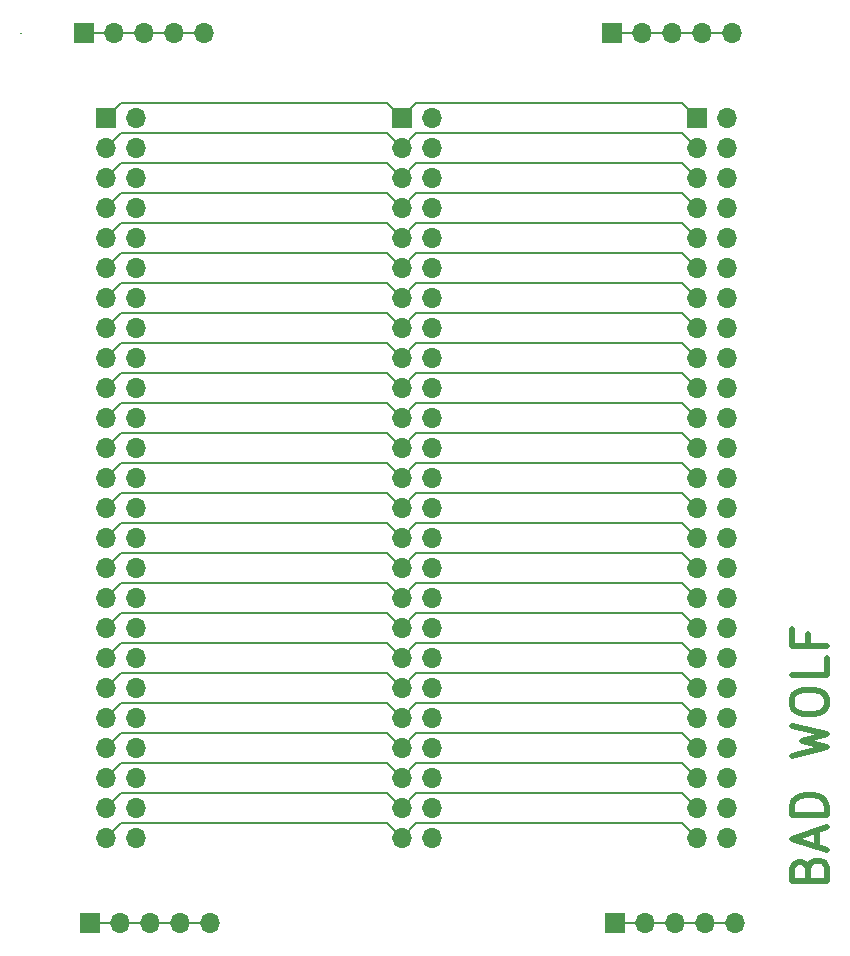
<source format=gbr>
%TF.GenerationSoftware,KiCad,Pcbnew,8.0.2*%
%TF.CreationDate,2024-09-15T20:03:39-05:00*%
%TF.ProjectId,fifty_pin_header_breakout,66696674-795f-4706-996e-5f6865616465,rev?*%
%TF.SameCoordinates,Original*%
%TF.FileFunction,Copper,L1,Top*%
%TF.FilePolarity,Positive*%
%FSLAX46Y46*%
G04 Gerber Fmt 4.6, Leading zero omitted, Abs format (unit mm)*
G04 Created by KiCad (PCBNEW 8.0.2) date 2024-09-15 20:03:39*
%MOMM*%
%LPD*%
G01*
G04 APERTURE LIST*
%TA.AperFunction,NonConductor*%
%ADD10C,0.200000*%
%TD*%
%ADD11C,0.500000*%
%TA.AperFunction,NonConductor*%
%ADD12C,0.500000*%
%TD*%
%TA.AperFunction,ComponentPad*%
%ADD13R,1.700000X1.700000*%
%TD*%
%TA.AperFunction,ComponentPad*%
%ADD14O,1.700000X1.700000*%
%TD*%
%TA.AperFunction,Conductor*%
%ADD15C,0.200000*%
%TD*%
G04 APERTURE END LIST*
D10*
X92800001Y-42800000D02*
X92800001Y-42800000D01*
X92800001Y-42800000D01*
X92800001Y-42800000D01*
X92800001Y-42800000D01*
X92800001Y-42800000D01*
X92800001Y-42800001D01*
X92800001Y-42800001D01*
X92800001Y-42800001D01*
X92800001Y-42800001D01*
X92800001Y-42800001D01*
X92800001Y-42800001D01*
X92800001Y-42800001D01*
X92800000Y-42800001D01*
X92800000Y-42800001D01*
X92800000Y-42800001D01*
X92800000Y-42800001D01*
X92800000Y-42800001D01*
X92800000Y-42800001D01*
X92800000Y-42800001D01*
X92800000Y-42800001D01*
X92800000Y-42800001D01*
X92800000Y-42800001D01*
X92800000Y-42800001D01*
X92800000Y-42800001D01*
X92799999Y-42800001D01*
X92799999Y-42800001D01*
X92799999Y-42800001D01*
X92799999Y-42800001D01*
X92799999Y-42800001D01*
X92799999Y-42800001D01*
X92799999Y-42800000D01*
X92799999Y-42800000D01*
X92799999Y-42800000D01*
X92799999Y-42800000D01*
X92799999Y-42800000D01*
X92799999Y-42800000D01*
X92799999Y-42800000D02*
X92799999Y-42800000D01*
X92799999Y-42800000D01*
X92799999Y-42800000D01*
X92799999Y-42800000D01*
X92799999Y-42800000D01*
X92799999Y-42800000D01*
X92799999Y-42799999D01*
X92799999Y-42799999D01*
X92799999Y-42799999D01*
X92799999Y-42799999D01*
X92799999Y-42799999D01*
X92800000Y-42799999D01*
X92800000Y-42799999D01*
X92800000Y-42799999D01*
X92800000Y-42799999D01*
X92800000Y-42799999D01*
X92800000Y-42799999D01*
X92800000Y-42799999D01*
X92800000Y-42799999D01*
X92800000Y-42799999D01*
X92800000Y-42799999D01*
X92800000Y-42799999D01*
X92800000Y-42799999D01*
X92800001Y-42799999D01*
X92800001Y-42799999D01*
X92800001Y-42799999D01*
X92800001Y-42799999D01*
X92800001Y-42799999D01*
X92800001Y-42799999D01*
X92800001Y-42800000D01*
X92800001Y-42800000D01*
X92800001Y-42800000D01*
X92800001Y-42800000D01*
X92800001Y-42800000D01*
X92800001Y-42800000D01*
X92800001Y-42800000D01*
D11*
D12*
X159435428Y-113606767D02*
X159578285Y-113178195D01*
X159578285Y-113178195D02*
X159721142Y-113035338D01*
X159721142Y-113035338D02*
X160006857Y-112892481D01*
X160006857Y-112892481D02*
X160435428Y-112892481D01*
X160435428Y-112892481D02*
X160721142Y-113035338D01*
X160721142Y-113035338D02*
X160864000Y-113178195D01*
X160864000Y-113178195D02*
X161006857Y-113463910D01*
X161006857Y-113463910D02*
X161006857Y-114606767D01*
X161006857Y-114606767D02*
X158006857Y-114606767D01*
X158006857Y-114606767D02*
X158006857Y-113606767D01*
X158006857Y-113606767D02*
X158149714Y-113321053D01*
X158149714Y-113321053D02*
X158292571Y-113178195D01*
X158292571Y-113178195D02*
X158578285Y-113035338D01*
X158578285Y-113035338D02*
X158864000Y-113035338D01*
X158864000Y-113035338D02*
X159149714Y-113178195D01*
X159149714Y-113178195D02*
X159292571Y-113321053D01*
X159292571Y-113321053D02*
X159435428Y-113606767D01*
X159435428Y-113606767D02*
X159435428Y-114606767D01*
X160149714Y-111749624D02*
X160149714Y-110321053D01*
X161006857Y-112035338D02*
X158006857Y-111035338D01*
X158006857Y-111035338D02*
X161006857Y-110035338D01*
X161006857Y-109035338D02*
X158006857Y-109035338D01*
X158006857Y-109035338D02*
X158006857Y-108321052D01*
X158006857Y-108321052D02*
X158149714Y-107892481D01*
X158149714Y-107892481D02*
X158435428Y-107606766D01*
X158435428Y-107606766D02*
X158721142Y-107463909D01*
X158721142Y-107463909D02*
X159292571Y-107321052D01*
X159292571Y-107321052D02*
X159721142Y-107321052D01*
X159721142Y-107321052D02*
X160292571Y-107463909D01*
X160292571Y-107463909D02*
X160578285Y-107606766D01*
X160578285Y-107606766D02*
X160864000Y-107892481D01*
X160864000Y-107892481D02*
X161006857Y-108321052D01*
X161006857Y-108321052D02*
X161006857Y-109035338D01*
X158006857Y-104035338D02*
X161006857Y-103321052D01*
X161006857Y-103321052D02*
X158864000Y-102749624D01*
X158864000Y-102749624D02*
X161006857Y-102178195D01*
X161006857Y-102178195D02*
X158006857Y-101463910D01*
X158006857Y-99749624D02*
X158006857Y-99178196D01*
X158006857Y-99178196D02*
X158149714Y-98892481D01*
X158149714Y-98892481D02*
X158435428Y-98606767D01*
X158435428Y-98606767D02*
X159006857Y-98463910D01*
X159006857Y-98463910D02*
X160006857Y-98463910D01*
X160006857Y-98463910D02*
X160578285Y-98606767D01*
X160578285Y-98606767D02*
X160864000Y-98892481D01*
X160864000Y-98892481D02*
X161006857Y-99178196D01*
X161006857Y-99178196D02*
X161006857Y-99749624D01*
X161006857Y-99749624D02*
X160864000Y-100035339D01*
X160864000Y-100035339D02*
X160578285Y-100321053D01*
X160578285Y-100321053D02*
X160006857Y-100463910D01*
X160006857Y-100463910D02*
X159006857Y-100463910D01*
X159006857Y-100463910D02*
X158435428Y-100321053D01*
X158435428Y-100321053D02*
X158149714Y-100035339D01*
X158149714Y-100035339D02*
X158006857Y-99749624D01*
X161006857Y-95749624D02*
X161006857Y-97178196D01*
X161006857Y-97178196D02*
X158006857Y-97178196D01*
X159435428Y-93749625D02*
X159435428Y-94749625D01*
X161006857Y-94749625D02*
X158006857Y-94749625D01*
X158006857Y-94749625D02*
X158006857Y-93321053D01*
D13*
%TO.P,J6,1,Pin_1*%
%TO.N,Net-(J6-Pin_1)*%
X142795833Y-42800000D03*
D14*
%TO.P,J6,2,Pin_2*%
X145335833Y-42800000D03*
%TO.P,J6,3,Pin_3*%
X147875833Y-42800000D03*
%TO.P,J6,4,Pin_4*%
X150415833Y-42800000D03*
%TO.P,J6,5,Pin_5*%
X152955833Y-42800000D03*
%TD*%
D13*
%TO.P,J5,1,Pin_1*%
%TO.N,Net-(J5-Pin_1)*%
X143050000Y-118200000D03*
D14*
%TO.P,J5,2,Pin_2*%
X145590000Y-118200000D03*
%TO.P,J5,3,Pin_3*%
X148130000Y-118200000D03*
%TO.P,J5,4,Pin_4*%
X150670000Y-118200000D03*
%TO.P,J5,5,Pin_5*%
X153210000Y-118200000D03*
%TD*%
D13*
%TO.P,J7,1,Pin_1*%
%TO.N,Net-(J7-Pin_1)*%
X98129166Y-42800000D03*
D14*
%TO.P,J7,2,Pin_2*%
X100669166Y-42800000D03*
%TO.P,J7,3,Pin_3*%
X103209166Y-42800000D03*
%TO.P,J7,4,Pin_4*%
X105749166Y-42800000D03*
%TO.P,J7,5,Pin_5*%
X108289166Y-42800000D03*
%TD*%
D13*
%TO.P,J2,1,Pin_1*%
%TO.N,PIN_1*%
X125000000Y-50000000D03*
D14*
%TO.P,J2,2,Pin_2*%
%TO.N,PIN_2*%
X127540000Y-50000000D03*
%TO.P,J2,3,Pin_3*%
%TO.N,PIN_3*%
X125000000Y-52540000D03*
%TO.P,J2,4,Pin_4*%
%TO.N,PIN_4*%
X127540000Y-52540000D03*
%TO.P,J2,5,Pin_5*%
%TO.N,PIN_5*%
X125000000Y-55080000D03*
%TO.P,J2,6,Pin_6*%
%TO.N,PIN_6*%
X127540000Y-55080000D03*
%TO.P,J2,7,Pin_7*%
%TO.N,PIN_7*%
X125000000Y-57620000D03*
%TO.P,J2,8,Pin_8*%
%TO.N,PIN_8*%
X127540000Y-57620000D03*
%TO.P,J2,9,Pin_9*%
%TO.N,PIN_9*%
X125000000Y-60160000D03*
%TO.P,J2,10,Pin_10*%
%TO.N,PIN_10*%
X127540000Y-60160000D03*
%TO.P,J2,11,Pin_11*%
%TO.N,PIN_11*%
X125000000Y-62700000D03*
%TO.P,J2,12,Pin_12*%
%TO.N,PIN_12*%
X127540000Y-62700000D03*
%TO.P,J2,13,Pin_13*%
%TO.N,PIN_13*%
X125000000Y-65240000D03*
%TO.P,J2,14,Pin_14*%
%TO.N,PIN_14*%
X127540000Y-65240000D03*
%TO.P,J2,15,Pin_15*%
%TO.N,PIN_15*%
X125000000Y-67780000D03*
%TO.P,J2,16,Pin_16*%
%TO.N,PIN_16*%
X127540000Y-67780000D03*
%TO.P,J2,17,Pin_17*%
%TO.N,PIN_17*%
X125000000Y-70320000D03*
%TO.P,J2,18,Pin_18*%
%TO.N,PIN_18*%
X127540000Y-70320000D03*
%TO.P,J2,19,Pin_19*%
%TO.N,PIN_19*%
X125000000Y-72860000D03*
%TO.P,J2,20,Pin_20*%
%TO.N,PIN_20*%
X127540000Y-72860000D03*
%TO.P,J2,21,Pin_21*%
%TO.N,PIN_21*%
X125000000Y-75400000D03*
%TO.P,J2,22,Pin_22*%
%TO.N,PIN_22*%
X127540000Y-75400000D03*
%TO.P,J2,23,Pin_23*%
%TO.N,PIN_23*%
X125000000Y-77940000D03*
%TO.P,J2,24,Pin_24*%
%TO.N,PIN_24*%
X127540000Y-77940000D03*
%TO.P,J2,25,Pin_25*%
%TO.N,PIN_25*%
X125000000Y-80480000D03*
%TO.P,J2,26,Pin_26*%
%TO.N,PIN_26*%
X127540000Y-80480000D03*
%TO.P,J2,27,Pin_27*%
%TO.N,PIN_27*%
X125000000Y-83020000D03*
%TO.P,J2,28,Pin_28*%
%TO.N,PIN_28*%
X127540000Y-83020000D03*
%TO.P,J2,29,Pin_29*%
%TO.N,PIN_29*%
X125000000Y-85560000D03*
%TO.P,J2,30,Pin_30*%
%TO.N,PIN_30*%
X127540000Y-85560000D03*
%TO.P,J2,31,Pin_31*%
%TO.N,PIN_31*%
X125000000Y-88100000D03*
%TO.P,J2,32,Pin_32*%
%TO.N,PIN_32*%
X127540000Y-88100000D03*
%TO.P,J2,33,Pin_33*%
%TO.N,PIN_33*%
X125000000Y-90640000D03*
%TO.P,J2,34,Pin_34*%
%TO.N,PIN_34*%
X127540000Y-90640000D03*
%TO.P,J2,35,Pin_35*%
%TO.N,PIN_35*%
X125000000Y-93180000D03*
%TO.P,J2,36,Pin_36*%
%TO.N,PIN_36*%
X127540000Y-93180000D03*
%TO.P,J2,37,Pin_37*%
%TO.N,PIN_37*%
X125000000Y-95720000D03*
%TO.P,J2,38,Pin_38*%
%TO.N,PIN_38*%
X127540000Y-95720000D03*
%TO.P,J2,39,Pin_39*%
%TO.N,PIN_39*%
X125000000Y-98260000D03*
%TO.P,J2,40,Pin_40*%
%TO.N,PIN_40*%
X127540000Y-98260000D03*
%TO.P,J2,41,Pin_41*%
%TO.N,PIN_41*%
X125000000Y-100800000D03*
%TO.P,J2,42,Pin_42*%
%TO.N,PIN_42*%
X127540000Y-100800000D03*
%TO.P,J2,43,Pin_43*%
%TO.N,PIN_43*%
X125000000Y-103340000D03*
%TO.P,J2,44,Pin_44*%
%TO.N,PIN_44*%
X127540000Y-103340000D03*
%TO.P,J2,45,Pin_45*%
%TO.N,PIN_45*%
X125000000Y-105880000D03*
%TO.P,J2,46,Pin_46*%
%TO.N,PIN_46*%
X127540000Y-105880000D03*
%TO.P,J2,47,Pin_47*%
%TO.N,PIN_47*%
X125000000Y-108420000D03*
%TO.P,J2,48,Pin_48*%
%TO.N,PIN_48*%
X127540000Y-108420000D03*
%TO.P,J2,49,Pin_49*%
%TO.N,PIN_49*%
X125000000Y-110960000D03*
%TO.P,J2,50,Pin_50*%
%TO.N,PIN_50*%
X127540000Y-110960000D03*
%TD*%
D13*
%TO.P,J4,1,Pin_1*%
%TO.N,Net-(J4-Pin_1)*%
X98637500Y-118200000D03*
D14*
%TO.P,J4,2,Pin_2*%
X101177500Y-118200000D03*
%TO.P,J4,3,Pin_3*%
X103717500Y-118200000D03*
%TO.P,J4,4,Pin_4*%
X106257500Y-118200000D03*
%TO.P,J4,5,Pin_5*%
X108797500Y-118200000D03*
%TD*%
D13*
%TO.P,J3,1,Pin_1*%
%TO.N,PIN_1*%
X150000000Y-50000000D03*
D14*
%TO.P,J3,2,Pin_2*%
%TO.N,PIN_2*%
X152540000Y-50000000D03*
%TO.P,J3,3,Pin_3*%
%TO.N,PIN_3*%
X150000000Y-52540000D03*
%TO.P,J3,4,Pin_4*%
%TO.N,PIN_4*%
X152540000Y-52540000D03*
%TO.P,J3,5,Pin_5*%
%TO.N,PIN_5*%
X150000000Y-55080000D03*
%TO.P,J3,6,Pin_6*%
%TO.N,PIN_6*%
X152540000Y-55080000D03*
%TO.P,J3,7,Pin_7*%
%TO.N,PIN_7*%
X150000000Y-57620000D03*
%TO.P,J3,8,Pin_8*%
%TO.N,PIN_8*%
X152540000Y-57620000D03*
%TO.P,J3,9,Pin_9*%
%TO.N,PIN_9*%
X150000000Y-60160000D03*
%TO.P,J3,10,Pin_10*%
%TO.N,PIN_10*%
X152540000Y-60160000D03*
%TO.P,J3,11,Pin_11*%
%TO.N,PIN_11*%
X150000000Y-62700000D03*
%TO.P,J3,12,Pin_12*%
%TO.N,PIN_12*%
X152540000Y-62700000D03*
%TO.P,J3,13,Pin_13*%
%TO.N,PIN_13*%
X150000000Y-65240000D03*
%TO.P,J3,14,Pin_14*%
%TO.N,PIN_14*%
X152540000Y-65240000D03*
%TO.P,J3,15,Pin_15*%
%TO.N,PIN_15*%
X150000000Y-67780000D03*
%TO.P,J3,16,Pin_16*%
%TO.N,PIN_16*%
X152540000Y-67780000D03*
%TO.P,J3,17,Pin_17*%
%TO.N,PIN_17*%
X150000000Y-70320000D03*
%TO.P,J3,18,Pin_18*%
%TO.N,PIN_18*%
X152540000Y-70320000D03*
%TO.P,J3,19,Pin_19*%
%TO.N,PIN_19*%
X150000000Y-72860000D03*
%TO.P,J3,20,Pin_20*%
%TO.N,PIN_20*%
X152540000Y-72860000D03*
%TO.P,J3,21,Pin_21*%
%TO.N,PIN_21*%
X150000000Y-75400000D03*
%TO.P,J3,22,Pin_22*%
%TO.N,PIN_22*%
X152540000Y-75400000D03*
%TO.P,J3,23,Pin_23*%
%TO.N,PIN_23*%
X150000000Y-77940000D03*
%TO.P,J3,24,Pin_24*%
%TO.N,PIN_24*%
X152540000Y-77940000D03*
%TO.P,J3,25,Pin_25*%
%TO.N,PIN_25*%
X150000000Y-80480000D03*
%TO.P,J3,26,Pin_26*%
%TO.N,PIN_26*%
X152540000Y-80480000D03*
%TO.P,J3,27,Pin_27*%
%TO.N,PIN_27*%
X150000000Y-83020000D03*
%TO.P,J3,28,Pin_28*%
%TO.N,PIN_28*%
X152540000Y-83020000D03*
%TO.P,J3,29,Pin_29*%
%TO.N,PIN_29*%
X150000000Y-85560000D03*
%TO.P,J3,30,Pin_30*%
%TO.N,PIN_30*%
X152540000Y-85560000D03*
%TO.P,J3,31,Pin_31*%
%TO.N,PIN_31*%
X150000000Y-88100000D03*
%TO.P,J3,32,Pin_32*%
%TO.N,PIN_32*%
X152540000Y-88100000D03*
%TO.P,J3,33,Pin_33*%
%TO.N,PIN_33*%
X150000000Y-90640000D03*
%TO.P,J3,34,Pin_34*%
%TO.N,PIN_34*%
X152540000Y-90640000D03*
%TO.P,J3,35,Pin_35*%
%TO.N,PIN_35*%
X150000000Y-93180000D03*
%TO.P,J3,36,Pin_36*%
%TO.N,PIN_36*%
X152540000Y-93180000D03*
%TO.P,J3,37,Pin_37*%
%TO.N,PIN_37*%
X150000000Y-95720000D03*
%TO.P,J3,38,Pin_38*%
%TO.N,PIN_38*%
X152540000Y-95720000D03*
%TO.P,J3,39,Pin_39*%
%TO.N,PIN_39*%
X150000000Y-98260000D03*
%TO.P,J3,40,Pin_40*%
%TO.N,PIN_40*%
X152540000Y-98260000D03*
%TO.P,J3,41,Pin_41*%
%TO.N,PIN_41*%
X150000000Y-100800000D03*
%TO.P,J3,42,Pin_42*%
%TO.N,PIN_42*%
X152540000Y-100800000D03*
%TO.P,J3,43,Pin_43*%
%TO.N,PIN_43*%
X150000000Y-103340000D03*
%TO.P,J3,44,Pin_44*%
%TO.N,PIN_44*%
X152540000Y-103340000D03*
%TO.P,J3,45,Pin_45*%
%TO.N,PIN_45*%
X150000000Y-105880000D03*
%TO.P,J3,46,Pin_46*%
%TO.N,PIN_46*%
X152540000Y-105880000D03*
%TO.P,J3,47,Pin_47*%
%TO.N,PIN_47*%
X150000000Y-108420000D03*
%TO.P,J3,48,Pin_48*%
%TO.N,PIN_48*%
X152540000Y-108420000D03*
%TO.P,J3,49,Pin_49*%
%TO.N,PIN_49*%
X150000000Y-110960000D03*
%TO.P,J3,50,Pin_50*%
%TO.N,PIN_50*%
X152540000Y-110960000D03*
%TD*%
D13*
%TO.P,J1,1,Pin_1*%
%TO.N,PIN_1*%
X100000000Y-49998250D03*
D14*
%TO.P,J1,2,Pin_2*%
%TO.N,PIN_2*%
X102540000Y-49998250D03*
%TO.P,J1,3,Pin_3*%
%TO.N,PIN_3*%
X100000000Y-52538250D03*
%TO.P,J1,4,Pin_4*%
%TO.N,PIN_4*%
X102540000Y-52538250D03*
%TO.P,J1,5,Pin_5*%
%TO.N,PIN_5*%
X100000000Y-55078250D03*
%TO.P,J1,6,Pin_6*%
%TO.N,PIN_6*%
X102540000Y-55078250D03*
%TO.P,J1,7,Pin_7*%
%TO.N,PIN_7*%
X100000000Y-57618250D03*
%TO.P,J1,8,Pin_8*%
%TO.N,PIN_8*%
X102540000Y-57618250D03*
%TO.P,J1,9,Pin_9*%
%TO.N,PIN_9*%
X100000000Y-60158250D03*
%TO.P,J1,10,Pin_10*%
%TO.N,PIN_10*%
X102540000Y-60158250D03*
%TO.P,J1,11,Pin_11*%
%TO.N,PIN_11*%
X100000000Y-62698250D03*
%TO.P,J1,12,Pin_12*%
%TO.N,PIN_12*%
X102540000Y-62698250D03*
%TO.P,J1,13,Pin_13*%
%TO.N,PIN_13*%
X100000000Y-65238250D03*
%TO.P,J1,14,Pin_14*%
%TO.N,PIN_14*%
X102540000Y-65238250D03*
%TO.P,J1,15,Pin_15*%
%TO.N,PIN_15*%
X100000000Y-67778250D03*
%TO.P,J1,16,Pin_16*%
%TO.N,PIN_16*%
X102540000Y-67778250D03*
%TO.P,J1,17,Pin_17*%
%TO.N,PIN_17*%
X100000000Y-70318250D03*
%TO.P,J1,18,Pin_18*%
%TO.N,PIN_18*%
X102540000Y-70318250D03*
%TO.P,J1,19,Pin_19*%
%TO.N,PIN_19*%
X100000000Y-72858250D03*
%TO.P,J1,20,Pin_20*%
%TO.N,PIN_20*%
X102540000Y-72858250D03*
%TO.P,J1,21,Pin_21*%
%TO.N,PIN_21*%
X100000000Y-75398250D03*
%TO.P,J1,22,Pin_22*%
%TO.N,PIN_22*%
X102540000Y-75398250D03*
%TO.P,J1,23,Pin_23*%
%TO.N,PIN_23*%
X100000000Y-77938250D03*
%TO.P,J1,24,Pin_24*%
%TO.N,PIN_24*%
X102540000Y-77938250D03*
%TO.P,J1,25,Pin_25*%
%TO.N,PIN_25*%
X100000000Y-80478250D03*
%TO.P,J1,26,Pin_26*%
%TO.N,PIN_26*%
X102540000Y-80478250D03*
%TO.P,J1,27,Pin_27*%
%TO.N,PIN_27*%
X100000000Y-83018250D03*
%TO.P,J1,28,Pin_28*%
%TO.N,PIN_28*%
X102540000Y-83018250D03*
%TO.P,J1,29,Pin_29*%
%TO.N,PIN_29*%
X100000000Y-85558250D03*
%TO.P,J1,30,Pin_30*%
%TO.N,PIN_30*%
X102540000Y-85558250D03*
%TO.P,J1,31,Pin_31*%
%TO.N,PIN_31*%
X100000000Y-88098250D03*
%TO.P,J1,32,Pin_32*%
%TO.N,PIN_32*%
X102540000Y-88098250D03*
%TO.P,J1,33,Pin_33*%
%TO.N,PIN_33*%
X100000000Y-90638250D03*
%TO.P,J1,34,Pin_34*%
%TO.N,PIN_34*%
X102540000Y-90638250D03*
%TO.P,J1,35,Pin_35*%
%TO.N,PIN_35*%
X100000000Y-93178250D03*
%TO.P,J1,36,Pin_36*%
%TO.N,PIN_36*%
X102540000Y-93178250D03*
%TO.P,J1,37,Pin_37*%
%TO.N,PIN_37*%
X100000000Y-95718250D03*
%TO.P,J1,38,Pin_38*%
%TO.N,PIN_38*%
X102540000Y-95718250D03*
%TO.P,J1,39,Pin_39*%
%TO.N,PIN_39*%
X100000000Y-98258250D03*
%TO.P,J1,40,Pin_40*%
%TO.N,PIN_40*%
X102540000Y-98258250D03*
%TO.P,J1,41,Pin_41*%
%TO.N,PIN_41*%
X100000000Y-100798250D03*
%TO.P,J1,42,Pin_42*%
%TO.N,PIN_42*%
X102540000Y-100798250D03*
%TO.P,J1,43,Pin_43*%
%TO.N,PIN_43*%
X100000000Y-103338250D03*
%TO.P,J1,44,Pin_44*%
%TO.N,PIN_44*%
X102540000Y-103338250D03*
%TO.P,J1,45,Pin_45*%
%TO.N,PIN_45*%
X100000000Y-105878250D03*
%TO.P,J1,46,Pin_46*%
%TO.N,PIN_46*%
X102540000Y-105878250D03*
%TO.P,J1,47,Pin_47*%
%TO.N,PIN_47*%
X100000000Y-108418250D03*
%TO.P,J1,48,Pin_48*%
%TO.N,PIN_48*%
X102540000Y-108418250D03*
%TO.P,J1,49,Pin_49*%
%TO.N,PIN_49*%
X100000000Y-110958250D03*
%TO.P,J1,50,Pin_50*%
%TO.N,PIN_50*%
X102540000Y-110958250D03*
%TD*%
D15*
%TO.N,PIN_29*%
X126232000Y-84328000D02*
X148768000Y-84328000D01*
X123768000Y-84328000D02*
X125000000Y-85560000D01*
X148768000Y-84328000D02*
X150000000Y-85560000D01*
X100000000Y-85560000D02*
X101232000Y-84328000D01*
X101232000Y-84328000D02*
X123768000Y-84328000D01*
X125000000Y-85560000D02*
X126232000Y-84328000D01*
%TO.N,PIN_11*%
X125000000Y-62700000D02*
X126232000Y-61468000D01*
X126232000Y-61468000D02*
X148768000Y-61468000D01*
X123768000Y-61468000D02*
X125000000Y-62700000D01*
X101232000Y-61468000D02*
X123768000Y-61468000D01*
X148768000Y-61468000D02*
X150000000Y-62700000D01*
X100000000Y-62700000D02*
X101232000Y-61468000D01*
%TO.N,PIN_21*%
X126232000Y-74168000D02*
X148768000Y-74168000D01*
X123768000Y-74168000D02*
X125000000Y-75400000D01*
X148768000Y-74168000D02*
X150000000Y-75400000D01*
X125000000Y-75400000D02*
X126232000Y-74168000D01*
X101232000Y-74168000D02*
X123768000Y-74168000D01*
X100000000Y-75400000D02*
X101232000Y-74168000D01*
%TO.N,PIN_5*%
X125000000Y-55080000D02*
X126232000Y-53848000D01*
X148768000Y-53848000D02*
X150000000Y-55080000D01*
X101232000Y-53848000D02*
X123768000Y-53848000D01*
X100000000Y-55080000D02*
X101232000Y-53848000D01*
X123768000Y-53848000D02*
X125000000Y-55080000D01*
X126232000Y-53848000D02*
X148768000Y-53848000D01*
%TO.N,PIN_1*%
X101232000Y-48768000D02*
X123768000Y-48768000D01*
X125000000Y-50000000D02*
X126232000Y-48768000D01*
X126232000Y-48768000D02*
X148768000Y-48768000D01*
X123768000Y-48768000D02*
X125000000Y-50000000D01*
X148768000Y-48768000D02*
X150000000Y-50000000D01*
X100000000Y-50000000D02*
X101232000Y-48768000D01*
%TO.N,PIN_19*%
X101232000Y-71628000D02*
X123768000Y-71628000D01*
X123768000Y-71628000D02*
X125000000Y-72860000D01*
X148768000Y-71628000D02*
X150000000Y-72860000D01*
X126232000Y-71628000D02*
X148768000Y-71628000D01*
X125000000Y-72860000D02*
X126232000Y-71628000D01*
X100000000Y-72860000D02*
X101232000Y-71628000D01*
%TO.N,PIN_7*%
X148768000Y-56388000D02*
X150000000Y-57620000D01*
X126232000Y-56388000D02*
X148768000Y-56388000D01*
X101232000Y-56388000D02*
X123768000Y-56388000D01*
X100000000Y-57620000D02*
X101232000Y-56388000D01*
X123768000Y-56388000D02*
X125000000Y-57620000D01*
X125000000Y-57620000D02*
X126232000Y-56388000D01*
%TO.N,PIN_23*%
X125000000Y-77940000D02*
X126232000Y-76708000D01*
X148768000Y-76708000D02*
X150000000Y-77940000D01*
X123768000Y-76708000D02*
X125000000Y-77940000D01*
X126232000Y-76708000D02*
X148768000Y-76708000D01*
X100000000Y-77940000D02*
X101232000Y-76708000D01*
X101232000Y-76708000D02*
X123768000Y-76708000D01*
%TO.N,PIN_13*%
X126232000Y-64008000D02*
X148768000Y-64008000D01*
X100000000Y-65240000D02*
X101232000Y-64008000D01*
X101232000Y-64008000D02*
X123768000Y-64008000D01*
X125000000Y-65240000D02*
X126232000Y-64008000D01*
X123768000Y-64008000D02*
X125000000Y-65240000D01*
X148768000Y-64008000D02*
X150000000Y-65240000D01*
%TO.N,PIN_9*%
X100000000Y-60160000D02*
X101232000Y-58928000D01*
X148768000Y-58928000D02*
X150000000Y-60160000D01*
X123768000Y-58928000D02*
X125000000Y-60160000D01*
X126232000Y-58928000D02*
X148768000Y-58928000D01*
X125000000Y-60160000D02*
X126232000Y-58928000D01*
X101232000Y-58928000D02*
X123768000Y-58928000D01*
%TO.N,PIN_33*%
X126232000Y-89408000D02*
X148768000Y-89408000D01*
X125000000Y-90640000D02*
X126232000Y-89408000D01*
X148768000Y-89408000D02*
X150000000Y-90640000D01*
X100000000Y-90640000D02*
X101232000Y-89408000D01*
X101232000Y-89408000D02*
X123768000Y-89408000D01*
X123768000Y-89408000D02*
X125000000Y-90640000D01*
%TO.N,PIN_17*%
X126232000Y-69088000D02*
X148768000Y-69088000D01*
X148768000Y-69088000D02*
X150000000Y-70320000D01*
X123768000Y-69088000D02*
X125000000Y-70320000D01*
X125000000Y-70320000D02*
X126232000Y-69088000D01*
X101232000Y-69088000D02*
X123768000Y-69088000D01*
X100000000Y-70320000D02*
X101232000Y-69088000D01*
%TO.N,PIN_25*%
X123768000Y-79248000D02*
X125000000Y-80480000D01*
X101232000Y-79248000D02*
X123768000Y-79248000D01*
X148768000Y-79248000D02*
X150000000Y-80480000D01*
X100000000Y-80480000D02*
X101232000Y-79248000D01*
X126232000Y-79248000D02*
X148768000Y-79248000D01*
X125000000Y-80480000D02*
X126232000Y-79248000D01*
%TO.N,PIN_31*%
X101232000Y-86868000D02*
X123768000Y-86868000D01*
X126232000Y-86868000D02*
X148768000Y-86868000D01*
X148768000Y-86868000D02*
X150000000Y-88100000D01*
X125000000Y-88100000D02*
X126232000Y-86868000D01*
X123768000Y-86868000D02*
X125000000Y-88100000D01*
X100000000Y-88100000D02*
X101232000Y-86868000D01*
%TO.N,PIN_15*%
X123768000Y-66548000D02*
X125000000Y-67780000D01*
X125000000Y-67780000D02*
X126232000Y-66548000D01*
X126232000Y-66548000D02*
X148768000Y-66548000D01*
X101232000Y-66548000D02*
X123768000Y-66548000D01*
X148768000Y-66548000D02*
X150000000Y-67780000D01*
X100000000Y-67780000D02*
X101232000Y-66548000D01*
%TO.N,PIN_27*%
X148768000Y-81788000D02*
X150000000Y-83020000D01*
X125000000Y-83020000D02*
X126232000Y-81788000D01*
X123768000Y-81788000D02*
X125000000Y-83020000D01*
X126232000Y-81788000D02*
X148768000Y-81788000D01*
X100000000Y-83020000D02*
X101232000Y-81788000D01*
X101232000Y-81788000D02*
X123768000Y-81788000D01*
%TO.N,PIN_3*%
X123768000Y-51308000D02*
X125000000Y-52540000D01*
X126232000Y-51308000D02*
X148768000Y-51308000D01*
X100000000Y-52540000D02*
X101232000Y-51308000D01*
X101232000Y-51308000D02*
X123768000Y-51308000D01*
X148768000Y-51308000D02*
X150000000Y-52540000D01*
X125000000Y-52540000D02*
X126232000Y-51308000D01*
%TO.N,PIN_41*%
X100000000Y-100800000D02*
X101232000Y-99568000D01*
X125000000Y-100800000D02*
X126232000Y-99568000D01*
X123768000Y-99568000D02*
X125000000Y-100800000D01*
X148768000Y-99568000D02*
X150000000Y-100800000D01*
X101232000Y-99568000D02*
X123768000Y-99568000D01*
X126232000Y-99568000D02*
X148768000Y-99568000D01*
%TO.N,PIN_35*%
X101232000Y-91948000D02*
X123768000Y-91948000D01*
X123768000Y-91948000D02*
X125000000Y-93180000D01*
X125000000Y-93180000D02*
X126232000Y-91948000D01*
X126232000Y-91948000D02*
X148768000Y-91948000D01*
X148768000Y-91948000D02*
X150000000Y-93180000D01*
X100000000Y-93180000D02*
X101232000Y-91948000D01*
%TO.N,PIN_49*%
X126232000Y-109728000D02*
X148768000Y-109728000D01*
X101232000Y-109728000D02*
X123768000Y-109728000D01*
X125000000Y-110960000D02*
X126232000Y-109728000D01*
X100000000Y-110960000D02*
X101232000Y-109728000D01*
X148768000Y-109728000D02*
X150000000Y-110960000D01*
X123768000Y-109728000D02*
X125000000Y-110960000D01*
%TO.N,PIN_45*%
X101232000Y-104648000D02*
X123768000Y-104648000D01*
X100000000Y-105880000D02*
X101232000Y-104648000D01*
X125000000Y-105880000D02*
X126232000Y-104648000D01*
X123768000Y-104648000D02*
X125000000Y-105880000D01*
X126232000Y-104648000D02*
X148768000Y-104648000D01*
X148768000Y-104648000D02*
X150000000Y-105880000D01*
%TO.N,PIN_39*%
X148768000Y-97028000D02*
X150000000Y-98260000D01*
X123768000Y-97028000D02*
X125000000Y-98260000D01*
X125000000Y-98260000D02*
X126232000Y-97028000D01*
X101232000Y-97028000D02*
X123768000Y-97028000D01*
X126232000Y-97028000D02*
X148768000Y-97028000D01*
X100000000Y-98260000D02*
X101232000Y-97028000D01*
%TO.N,PIN_37*%
X123768000Y-94488000D02*
X125000000Y-95720000D01*
X101232000Y-94488000D02*
X123768000Y-94488000D01*
X100000000Y-95720000D02*
X101232000Y-94488000D01*
X126232000Y-94488000D02*
X148768000Y-94488000D01*
X125000000Y-95720000D02*
X126232000Y-94488000D01*
X148768000Y-94488000D02*
X150000000Y-95720000D01*
%TO.N,PIN_47*%
X125000000Y-108420000D02*
X126232000Y-107188000D01*
X100000000Y-108420000D02*
X101232000Y-107188000D01*
X126232000Y-107188000D02*
X148768000Y-107188000D01*
X101232000Y-107188000D02*
X123768000Y-107188000D01*
X123768000Y-107188000D02*
X125000000Y-108420000D01*
X148768000Y-107188000D02*
X150000000Y-108420000D01*
%TO.N,PIN_43*%
X100000000Y-103340000D02*
X101232000Y-102108000D01*
X148768000Y-102108000D02*
X150000000Y-103340000D01*
X125000000Y-103340000D02*
X126232000Y-102108000D01*
X126232000Y-102108000D02*
X148768000Y-102108000D01*
X101232000Y-102108000D02*
X123768000Y-102108000D01*
X123768000Y-102108000D02*
X125000000Y-103340000D01*
%TO.N,Net-(J4-Pin_1)*%
X98637500Y-118200000D02*
X108797500Y-118200000D01*
%TO.N,Net-(J5-Pin_1)*%
X143050000Y-118200000D02*
X153210000Y-118200000D01*
%TO.N,Net-(J6-Pin_1)*%
X142795833Y-42800000D02*
X152955833Y-42800000D01*
%TO.N,Net-(J7-Pin_1)*%
X98129166Y-42800000D02*
X108289166Y-42800000D01*
%TD*%
M02*

</source>
